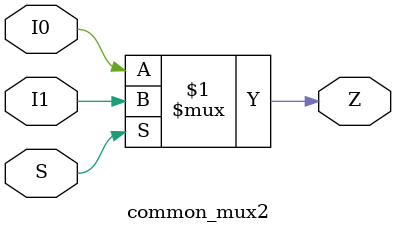
<source format=v>
module common_mux2(	// file.cleaned.mlir:2:3
  input  I0,	// file.cleaned.mlir:2:29
         I1,	// file.cleaned.mlir:2:42
         S,	// file.cleaned.mlir:2:55
  output Z	// file.cleaned.mlir:2:68
);

  assign Z = S ? I1 : I0;	// file.cleaned.mlir:3:10, :4:5
endmodule


</source>
